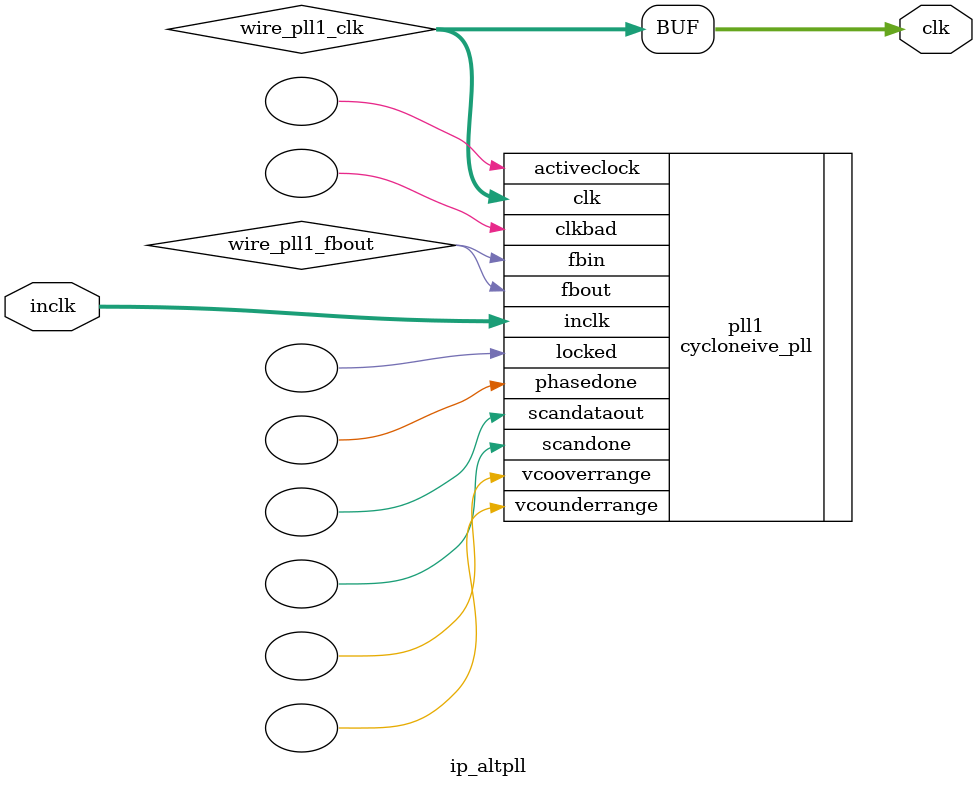
<source format=v>






//synthesis_resources = cycloneive_pll 1 
//synopsys translate_off
`timescale 1 ps / 1 ps
//synopsys translate_on
module  ip_altpll
	( 
	clk,
	inclk) /* synthesis synthesis_clearbox=1 */;
	output   [4:0]  clk;
	input   [1:0]  inclk;
`ifndef ALTERA_RESERVED_QIS
// synopsys translate_off
`endif
	tri0   [1:0]  inclk;
`ifndef ALTERA_RESERVED_QIS
// synopsys translate_on
`endif

	wire  [4:0]   wire_pll1_clk;
	wire  wire_pll1_fbout;

	cycloneive_pll   pll1
	( 
	.activeclock(),
	.clk(wire_pll1_clk),
	.clkbad(),
	.fbin(wire_pll1_fbout),
	.fbout(wire_pll1_fbout),
	.inclk(inclk),
	.locked(),
	.phasedone(),
	.scandataout(),
	.scandone(),
	.vcooverrange(),
	.vcounderrange()
	`ifndef FORMAL_VERIFICATION
	// synopsys translate_off
	`endif
	,
	.areset(1'b0),
	.clkswitch(1'b0),
	.configupdate(1'b0),
	.pfdena(1'b1),
	.phasecounterselect({3{1'b0}}),
	.phasestep(1'b0),
	.phaseupdown(1'b0),
	.scanclk(1'b0),
	.scanclkena(1'b1),
	.scandata(1'b0)
	`ifndef FORMAL_VERIFICATION
	// synopsys translate_on
	`endif
	);
	defparam
		pll1.bandwidth_type = "auto",
		pll1.clk0_divide_by = 25,
		pll1.clk0_duty_cycle = 50,
		pll1.clk0_multiply_by = 24,
		pll1.clk0_phase_shift = "0",
		pll1.compensate_clock = "clk0",
		pll1.inclk0_input_frequency = 20000,
		pll1.operation_mode = "normal",
		pll1.pll_type = "auto",
		pll1.lpm_type = "cycloneive_pll";
	assign
		clk = {wire_pll1_clk[4:0]};
endmodule //ip_altpll
//VALID FILE

</source>
